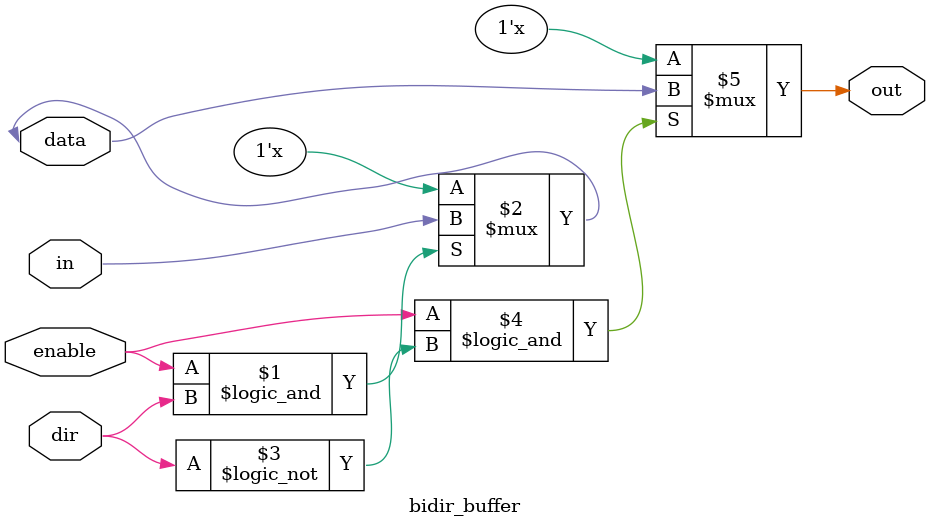
<source format=v>
module bidir_buffer (
    inout wire data,
    input wire dir,    
    input wire enable,
    input wire in,    
    output wire out    
);

assign data = (enable && dir) ? in : 1'bz; 
assign out = (enable && !dir) ? data : 1'bz; 

endmodule

</source>
